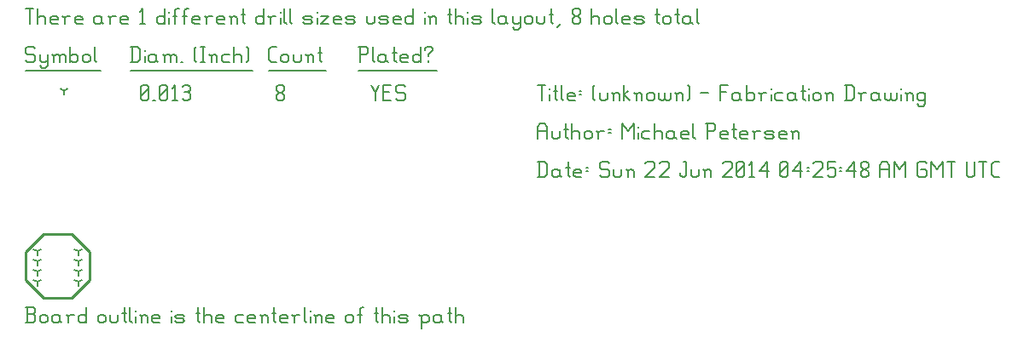
<source format=gbr>
G04 start of page 12 for group -3984 idx -3984 *
G04 Title: (unknown), fab *
G04 Creator: pcb 20110918 *
G04 CreationDate: Sun 22 Jun 2014 04:25:48 AM GMT UTC *
G04 For: railfan *
G04 Format: Gerber/RS-274X *
G04 PCB-Dimensions: 25000 25000 *
G04 PCB-Coordinate-Origin: lower left *
%MOIN*%
%FSLAX25Y25*%
%LNFAB*%
%ADD30C,0.0100*%
%ADD29C,0.0075*%
%ADD28C,0.0060*%
%ADD27C,0.0080*%
G54D27*X20500Y18500D02*Y16900D01*
Y18500D02*X21887Y19300D01*
X20500Y18500D02*X19113Y19300D01*
X20500Y14500D02*Y12900D01*
Y14500D02*X21887Y15300D01*
X20500Y14500D02*X19113Y15300D01*
X20500Y10500D02*Y8900D01*
Y10500D02*X21887Y11300D01*
X20500Y10500D02*X19113Y11300D01*
X20500Y6500D02*Y4900D01*
Y6500D02*X21887Y7300D01*
X20500Y6500D02*X19113Y7300D01*
X4500Y18500D02*Y16900D01*
Y18500D02*X5887Y19300D01*
X4500Y18500D02*X3113Y19300D01*
X4500Y14500D02*Y12900D01*
Y14500D02*X5887Y15300D01*
X4500Y14500D02*X3113Y15300D01*
X4500Y10500D02*Y8900D01*
Y10500D02*X5887Y11300D01*
X4500Y10500D02*X3113Y11300D01*
X4500Y6500D02*Y4900D01*
Y6500D02*X5887Y7300D01*
X4500Y6500D02*X3113Y7300D01*
X15000Y81250D02*Y79650D01*
Y81250D02*X16387Y82050D01*
X15000Y81250D02*X13613Y82050D01*
G54D28*X135000Y83500D02*X136500Y80500D01*
X138000Y83500D01*
X136500Y80500D02*Y77500D01*
X139800Y80800D02*X142050D01*
X139800Y77500D02*X142800D01*
X139800Y83500D02*Y77500D01*
Y83500D02*X142800D01*
X147600D02*X148350Y82750D01*
X145350Y83500D02*X147600D01*
X144600Y82750D02*X145350Y83500D01*
X144600Y82750D02*Y81250D01*
X145350Y80500D01*
X147600D01*
X148350Y79750D01*
Y78250D01*
X147600Y77500D02*X148350Y78250D01*
X145350Y77500D02*X147600D01*
X144600Y78250D02*X145350Y77500D01*
X98000Y78250D02*X98750Y77500D01*
X98000Y79450D02*Y78250D01*
Y79450D02*X99050Y80500D01*
X99950D01*
X101000Y79450D01*
Y78250D01*
X100250Y77500D02*X101000Y78250D01*
X98750Y77500D02*X100250D01*
X98000Y81550D02*X99050Y80500D01*
X98000Y82750D02*Y81550D01*
Y82750D02*X98750Y83500D01*
X100250D01*
X101000Y82750D01*
Y81550D01*
X99950Y80500D02*X101000Y81550D01*
X45000Y78250D02*X45750Y77500D01*
X45000Y82750D02*Y78250D01*
Y82750D02*X45750Y83500D01*
X47250D01*
X48000Y82750D01*
Y78250D01*
X47250Y77500D02*X48000Y78250D01*
X45750Y77500D02*X47250D01*
X45000Y79000D02*X48000Y82000D01*
X49800Y77500D02*X50550D01*
X52350Y78250D02*X53100Y77500D01*
X52350Y82750D02*Y78250D01*
Y82750D02*X53100Y83500D01*
X54600D01*
X55350Y82750D01*
Y78250D01*
X54600Y77500D02*X55350Y78250D01*
X53100Y77500D02*X54600D01*
X52350Y79000D02*X55350Y82000D01*
X57150Y82300D02*X58350Y83500D01*
Y77500D01*
X57150D02*X59400D01*
X61200Y82750D02*X61950Y83500D01*
X63450D01*
X64200Y82750D01*
X63450Y77500D02*X64200Y78250D01*
X61950Y77500D02*X63450D01*
X61200Y78250D02*X61950Y77500D01*
Y80800D02*X63450D01*
X64200Y82750D02*Y81550D01*
Y80050D02*Y78250D01*
Y80050D02*X63450Y80800D01*
X64200Y81550D02*X63450Y80800D01*
X3000Y98500D02*X3750Y97750D01*
X750Y98500D02*X3000D01*
X0Y97750D02*X750Y98500D01*
X0Y97750D02*Y96250D01*
X750Y95500D01*
X3000D01*
X3750Y94750D01*
Y93250D01*
X3000Y92500D02*X3750Y93250D01*
X750Y92500D02*X3000D01*
X0Y93250D02*X750Y92500D01*
X5550Y95500D02*Y93250D01*
X6300Y92500D01*
X8550Y95500D02*Y91000D01*
X7800Y90250D02*X8550Y91000D01*
X6300Y90250D02*X7800D01*
X5550Y91000D02*X6300Y90250D01*
Y92500D02*X7800D01*
X8550Y93250D01*
X11100Y94750D02*Y92500D01*
Y94750D02*X11850Y95500D01*
X12600D01*
X13350Y94750D01*
Y92500D01*
Y94750D02*X14100Y95500D01*
X14850D01*
X15600Y94750D01*
Y92500D01*
X10350Y95500D02*X11100Y94750D01*
X17400Y98500D02*Y92500D01*
Y93250D02*X18150Y92500D01*
X19650D01*
X20400Y93250D01*
Y94750D02*Y93250D01*
X19650Y95500D02*X20400Y94750D01*
X18150Y95500D02*X19650D01*
X17400Y94750D02*X18150Y95500D01*
X22200Y94750D02*Y93250D01*
Y94750D02*X22950Y95500D01*
X24450D01*
X25200Y94750D01*
Y93250D01*
X24450Y92500D02*X25200Y93250D01*
X22950Y92500D02*X24450D01*
X22200Y93250D02*X22950Y92500D01*
X27000Y98500D02*Y93250D01*
X27750Y92500D01*
X0Y89250D02*X29250D01*
X41750Y98500D02*Y92500D01*
X43700Y98500D02*X44750Y97450D01*
Y93550D01*
X43700Y92500D02*X44750Y93550D01*
X41000Y92500D02*X43700D01*
X41000Y98500D02*X43700D01*
G54D29*X46550Y97000D02*Y96850D01*
G54D28*Y94750D02*Y92500D01*
X50300Y95500D02*X51050Y94750D01*
X48800Y95500D02*X50300D01*
X48050Y94750D02*X48800Y95500D01*
X48050Y94750D02*Y93250D01*
X48800Y92500D01*
X51050Y95500D02*Y93250D01*
X51800Y92500D01*
X48800D02*X50300D01*
X51050Y93250D01*
X54350Y94750D02*Y92500D01*
Y94750D02*X55100Y95500D01*
X55850D01*
X56600Y94750D01*
Y92500D01*
Y94750D02*X57350Y95500D01*
X58100D01*
X58850Y94750D01*
Y92500D01*
X53600Y95500D02*X54350Y94750D01*
X60650Y92500D02*X61400D01*
X65900Y93250D02*X66650Y92500D01*
X65900Y97750D02*X66650Y98500D01*
X65900Y97750D02*Y93250D01*
X68450Y98500D02*X69950D01*
X69200D02*Y92500D01*
X68450D02*X69950D01*
X72500Y94750D02*Y92500D01*
Y94750D02*X73250Y95500D01*
X74000D01*
X74750Y94750D01*
Y92500D01*
X71750Y95500D02*X72500Y94750D01*
X77300Y95500D02*X79550D01*
X76550Y94750D02*X77300Y95500D01*
X76550Y94750D02*Y93250D01*
X77300Y92500D01*
X79550D01*
X81350Y98500D02*Y92500D01*
Y94750D02*X82100Y95500D01*
X83600D01*
X84350Y94750D01*
Y92500D01*
X86150Y98500D02*X86900Y97750D01*
Y93250D01*
X86150Y92500D02*X86900Y93250D01*
X41000Y89250D02*X88700D01*
X96050Y92500D02*X98000D01*
X95000Y93550D02*X96050Y92500D01*
X95000Y97450D02*Y93550D01*
Y97450D02*X96050Y98500D01*
X98000D01*
X99800Y94750D02*Y93250D01*
Y94750D02*X100550Y95500D01*
X102050D01*
X102800Y94750D01*
Y93250D01*
X102050Y92500D02*X102800Y93250D01*
X100550Y92500D02*X102050D01*
X99800Y93250D02*X100550Y92500D01*
X104600Y95500D02*Y93250D01*
X105350Y92500D01*
X106850D01*
X107600Y93250D01*
Y95500D02*Y93250D01*
X110150Y94750D02*Y92500D01*
Y94750D02*X110900Y95500D01*
X111650D01*
X112400Y94750D01*
Y92500D01*
X109400Y95500D02*X110150Y94750D01*
X114950Y98500D02*Y93250D01*
X115700Y92500D01*
X114200Y96250D02*X115700D01*
X95000Y89250D02*X117200D01*
X130750Y98500D02*Y92500D01*
X130000Y98500D02*X133000D01*
X133750Y97750D01*
Y96250D01*
X133000Y95500D02*X133750Y96250D01*
X130750Y95500D02*X133000D01*
X135550Y98500D02*Y93250D01*
X136300Y92500D01*
X140050Y95500D02*X140800Y94750D01*
X138550Y95500D02*X140050D01*
X137800Y94750D02*X138550Y95500D01*
X137800Y94750D02*Y93250D01*
X138550Y92500D01*
X140800Y95500D02*Y93250D01*
X141550Y92500D01*
X138550D02*X140050D01*
X140800Y93250D01*
X144100Y98500D02*Y93250D01*
X144850Y92500D01*
X143350Y96250D02*X144850D01*
X147100Y92500D02*X149350D01*
X146350Y93250D02*X147100Y92500D01*
X146350Y94750D02*Y93250D01*
Y94750D02*X147100Y95500D01*
X148600D01*
X149350Y94750D01*
X146350Y94000D02*X149350D01*
Y94750D02*Y94000D01*
X154150Y98500D02*Y92500D01*
X153400D02*X154150Y93250D01*
X151900Y92500D02*X153400D01*
X151150Y93250D02*X151900Y92500D01*
X151150Y94750D02*Y93250D01*
Y94750D02*X151900Y95500D01*
X153400D01*
X154150Y94750D01*
X157450Y95500D02*Y94750D01*
Y93250D02*Y92500D01*
X155950Y97750D02*Y97000D01*
Y97750D02*X156700Y98500D01*
X158200D01*
X158950Y97750D01*
Y97000D01*
X157450Y95500D02*X158950Y97000D01*
X130000Y89250D02*X160750D01*
X0Y113500D02*X3000D01*
X1500D02*Y107500D01*
X4800Y113500D02*Y107500D01*
Y109750D02*X5550Y110500D01*
X7050D01*
X7800Y109750D01*
Y107500D01*
X10350D02*X12600D01*
X9600Y108250D02*X10350Y107500D01*
X9600Y109750D02*Y108250D01*
Y109750D02*X10350Y110500D01*
X11850D01*
X12600Y109750D01*
X9600Y109000D02*X12600D01*
Y109750D02*Y109000D01*
X15150Y109750D02*Y107500D01*
Y109750D02*X15900Y110500D01*
X17400D01*
X14400D02*X15150Y109750D01*
X19950Y107500D02*X22200D01*
X19200Y108250D02*X19950Y107500D01*
X19200Y109750D02*Y108250D01*
Y109750D02*X19950Y110500D01*
X21450D01*
X22200Y109750D01*
X19200Y109000D02*X22200D01*
Y109750D02*Y109000D01*
X28950Y110500D02*X29700Y109750D01*
X27450Y110500D02*X28950D01*
X26700Y109750D02*X27450Y110500D01*
X26700Y109750D02*Y108250D01*
X27450Y107500D01*
X29700Y110500D02*Y108250D01*
X30450Y107500D01*
X27450D02*X28950D01*
X29700Y108250D01*
X33000Y109750D02*Y107500D01*
Y109750D02*X33750Y110500D01*
X35250D01*
X32250D02*X33000Y109750D01*
X37800Y107500D02*X40050D01*
X37050Y108250D02*X37800Y107500D01*
X37050Y109750D02*Y108250D01*
Y109750D02*X37800Y110500D01*
X39300D01*
X40050Y109750D01*
X37050Y109000D02*X40050D01*
Y109750D02*Y109000D01*
X44550Y112300D02*X45750Y113500D01*
Y107500D01*
X44550D02*X46800D01*
X54300Y113500D02*Y107500D01*
X53550D02*X54300Y108250D01*
X52050Y107500D02*X53550D01*
X51300Y108250D02*X52050Y107500D01*
X51300Y109750D02*Y108250D01*
Y109750D02*X52050Y110500D01*
X53550D01*
X54300Y109750D01*
G54D29*X56100Y112000D02*Y111850D01*
G54D28*Y109750D02*Y107500D01*
X58350Y112750D02*Y107500D01*
Y112750D02*X59100Y113500D01*
X59850D01*
X57600Y110500D02*X59100D01*
X62100Y112750D02*Y107500D01*
Y112750D02*X62850Y113500D01*
X63600D01*
X61350Y110500D02*X62850D01*
X65850Y107500D02*X68100D01*
X65100Y108250D02*X65850Y107500D01*
X65100Y109750D02*Y108250D01*
Y109750D02*X65850Y110500D01*
X67350D01*
X68100Y109750D01*
X65100Y109000D02*X68100D01*
Y109750D02*Y109000D01*
X70650Y109750D02*Y107500D01*
Y109750D02*X71400Y110500D01*
X72900D01*
X69900D02*X70650Y109750D01*
X75450Y107500D02*X77700D01*
X74700Y108250D02*X75450Y107500D01*
X74700Y109750D02*Y108250D01*
Y109750D02*X75450Y110500D01*
X76950D01*
X77700Y109750D01*
X74700Y109000D02*X77700D01*
Y109750D02*Y109000D01*
X80250Y109750D02*Y107500D01*
Y109750D02*X81000Y110500D01*
X81750D01*
X82500Y109750D01*
Y107500D01*
X79500Y110500D02*X80250Y109750D01*
X85050Y113500D02*Y108250D01*
X85800Y107500D01*
X84300Y111250D02*X85800D01*
X93000Y113500D02*Y107500D01*
X92250D02*X93000Y108250D01*
X90750Y107500D02*X92250D01*
X90000Y108250D02*X90750Y107500D01*
X90000Y109750D02*Y108250D01*
Y109750D02*X90750Y110500D01*
X92250D01*
X93000Y109750D01*
X95550D02*Y107500D01*
Y109750D02*X96300Y110500D01*
X97800D01*
X94800D02*X95550Y109750D01*
G54D29*X99600Y112000D02*Y111850D01*
G54D28*Y109750D02*Y107500D01*
X101100Y113500D02*Y108250D01*
X101850Y107500D01*
X103350Y113500D02*Y108250D01*
X104100Y107500D01*
X109050D02*X111300D01*
X112050Y108250D01*
X111300Y109000D02*X112050Y108250D01*
X109050Y109000D02*X111300D01*
X108300Y109750D02*X109050Y109000D01*
X108300Y109750D02*X109050Y110500D01*
X111300D01*
X112050Y109750D01*
X108300Y108250D02*X109050Y107500D01*
G54D29*X113850Y112000D02*Y111850D01*
G54D28*Y109750D02*Y107500D01*
X115350Y110500D02*X118350D01*
X115350Y107500D02*X118350Y110500D01*
X115350Y107500D02*X118350D01*
X120900D02*X123150D01*
X120150Y108250D02*X120900Y107500D01*
X120150Y109750D02*Y108250D01*
Y109750D02*X120900Y110500D01*
X122400D01*
X123150Y109750D01*
X120150Y109000D02*X123150D01*
Y109750D02*Y109000D01*
X125700Y107500D02*X127950D01*
X128700Y108250D01*
X127950Y109000D02*X128700Y108250D01*
X125700Y109000D02*X127950D01*
X124950Y109750D02*X125700Y109000D01*
X124950Y109750D02*X125700Y110500D01*
X127950D01*
X128700Y109750D01*
X124950Y108250D02*X125700Y107500D01*
X133200Y110500D02*Y108250D01*
X133950Y107500D01*
X135450D01*
X136200Y108250D01*
Y110500D02*Y108250D01*
X138750Y107500D02*X141000D01*
X141750Y108250D01*
X141000Y109000D02*X141750Y108250D01*
X138750Y109000D02*X141000D01*
X138000Y109750D02*X138750Y109000D01*
X138000Y109750D02*X138750Y110500D01*
X141000D01*
X141750Y109750D01*
X138000Y108250D02*X138750Y107500D01*
X144300D02*X146550D01*
X143550Y108250D02*X144300Y107500D01*
X143550Y109750D02*Y108250D01*
Y109750D02*X144300Y110500D01*
X145800D01*
X146550Y109750D01*
X143550Y109000D02*X146550D01*
Y109750D02*Y109000D01*
X151350Y113500D02*Y107500D01*
X150600D02*X151350Y108250D01*
X149100Y107500D02*X150600D01*
X148350Y108250D02*X149100Y107500D01*
X148350Y109750D02*Y108250D01*
Y109750D02*X149100Y110500D01*
X150600D01*
X151350Y109750D01*
G54D29*X155850Y112000D02*Y111850D01*
G54D28*Y109750D02*Y107500D01*
X158100Y109750D02*Y107500D01*
Y109750D02*X158850Y110500D01*
X159600D01*
X160350Y109750D01*
Y107500D01*
X157350Y110500D02*X158100Y109750D01*
X165600Y113500D02*Y108250D01*
X166350Y107500D01*
X164850Y111250D02*X166350D01*
X167850Y113500D02*Y107500D01*
Y109750D02*X168600Y110500D01*
X170100D01*
X170850Y109750D01*
Y107500D01*
G54D29*X172650Y112000D02*Y111850D01*
G54D28*Y109750D02*Y107500D01*
X174900D02*X177150D01*
X177900Y108250D01*
X177150Y109000D02*X177900Y108250D01*
X174900Y109000D02*X177150D01*
X174150Y109750D02*X174900Y109000D01*
X174150Y109750D02*X174900Y110500D01*
X177150D01*
X177900Y109750D01*
X174150Y108250D02*X174900Y107500D01*
X182400Y113500D02*Y108250D01*
X183150Y107500D01*
X186900Y110500D02*X187650Y109750D01*
X185400Y110500D02*X186900D01*
X184650Y109750D02*X185400Y110500D01*
X184650Y109750D02*Y108250D01*
X185400Y107500D01*
X187650Y110500D02*Y108250D01*
X188400Y107500D01*
X185400D02*X186900D01*
X187650Y108250D01*
X190200Y110500D02*Y108250D01*
X190950Y107500D01*
X193200Y110500D02*Y106000D01*
X192450Y105250D02*X193200Y106000D01*
X190950Y105250D02*X192450D01*
X190200Y106000D02*X190950Y105250D01*
Y107500D02*X192450D01*
X193200Y108250D01*
X195000Y109750D02*Y108250D01*
Y109750D02*X195750Y110500D01*
X197250D01*
X198000Y109750D01*
Y108250D01*
X197250Y107500D02*X198000Y108250D01*
X195750Y107500D02*X197250D01*
X195000Y108250D02*X195750Y107500D01*
X199800Y110500D02*Y108250D01*
X200550Y107500D01*
X202050D01*
X202800Y108250D01*
Y110500D02*Y108250D01*
X205350Y113500D02*Y108250D01*
X206100Y107500D01*
X204600Y111250D02*X206100D01*
X207600Y106000D02*X209100Y107500D01*
X213600Y108250D02*X214350Y107500D01*
X213600Y109450D02*Y108250D01*
Y109450D02*X214650Y110500D01*
X215550D01*
X216600Y109450D01*
Y108250D01*
X215850Y107500D02*X216600Y108250D01*
X214350Y107500D02*X215850D01*
X213600Y111550D02*X214650Y110500D01*
X213600Y112750D02*Y111550D01*
Y112750D02*X214350Y113500D01*
X215850D01*
X216600Y112750D01*
Y111550D01*
X215550Y110500D02*X216600Y111550D01*
X221100Y113500D02*Y107500D01*
Y109750D02*X221850Y110500D01*
X223350D01*
X224100Y109750D01*
Y107500D01*
X225900Y109750D02*Y108250D01*
Y109750D02*X226650Y110500D01*
X228150D01*
X228900Y109750D01*
Y108250D01*
X228150Y107500D02*X228900Y108250D01*
X226650Y107500D02*X228150D01*
X225900Y108250D02*X226650Y107500D01*
X230700Y113500D02*Y108250D01*
X231450Y107500D01*
X233700D02*X235950D01*
X232950Y108250D02*X233700Y107500D01*
X232950Y109750D02*Y108250D01*
Y109750D02*X233700Y110500D01*
X235200D01*
X235950Y109750D01*
X232950Y109000D02*X235950D01*
Y109750D02*Y109000D01*
X238500Y107500D02*X240750D01*
X241500Y108250D01*
X240750Y109000D02*X241500Y108250D01*
X238500Y109000D02*X240750D01*
X237750Y109750D02*X238500Y109000D01*
X237750Y109750D02*X238500Y110500D01*
X240750D01*
X241500Y109750D01*
X237750Y108250D02*X238500Y107500D01*
X246750Y113500D02*Y108250D01*
X247500Y107500D01*
X246000Y111250D02*X247500D01*
X249000Y109750D02*Y108250D01*
Y109750D02*X249750Y110500D01*
X251250D01*
X252000Y109750D01*
Y108250D01*
X251250Y107500D02*X252000Y108250D01*
X249750Y107500D02*X251250D01*
X249000Y108250D02*X249750Y107500D01*
X254550Y113500D02*Y108250D01*
X255300Y107500D01*
X253800Y111250D02*X255300D01*
X259050Y110500D02*X259800Y109750D01*
X257550Y110500D02*X259050D01*
X256800Y109750D02*X257550Y110500D01*
X256800Y109750D02*Y108250D01*
X257550Y107500D01*
X259800Y110500D02*Y108250D01*
X260550Y107500D01*
X257550D02*X259050D01*
X259800Y108250D01*
X262350Y113500D02*Y108250D01*
X263100Y107500D01*
G54D30*X0Y18000D02*X7000Y25000D01*
X18000D01*
X25000Y18000D01*
Y7000D01*
X18000Y0D01*
X7000D01*
X0Y7000D02*Y18000D01*
X7000Y0D02*X0Y7000D01*
G54D28*Y-9500D02*X3000D01*
X3750Y-8750D01*
Y-6950D02*Y-8750D01*
X3000Y-6200D02*X3750Y-6950D01*
X750Y-6200D02*X3000D01*
X750Y-3500D02*Y-9500D01*
X0Y-3500D02*X3000D01*
X3750Y-4250D01*
Y-5450D01*
X3000Y-6200D02*X3750Y-5450D01*
X5550Y-7250D02*Y-8750D01*
Y-7250D02*X6300Y-6500D01*
X7800D01*
X8550Y-7250D01*
Y-8750D01*
X7800Y-9500D02*X8550Y-8750D01*
X6300Y-9500D02*X7800D01*
X5550Y-8750D02*X6300Y-9500D01*
X12600Y-6500D02*X13350Y-7250D01*
X11100Y-6500D02*X12600D01*
X10350Y-7250D02*X11100Y-6500D01*
X10350Y-7250D02*Y-8750D01*
X11100Y-9500D01*
X13350Y-6500D02*Y-8750D01*
X14100Y-9500D01*
X11100D02*X12600D01*
X13350Y-8750D01*
X16650Y-7250D02*Y-9500D01*
Y-7250D02*X17400Y-6500D01*
X18900D01*
X15900D02*X16650Y-7250D01*
X23700Y-3500D02*Y-9500D01*
X22950D02*X23700Y-8750D01*
X21450Y-9500D02*X22950D01*
X20700Y-8750D02*X21450Y-9500D01*
X20700Y-7250D02*Y-8750D01*
Y-7250D02*X21450Y-6500D01*
X22950D01*
X23700Y-7250D01*
X28200D02*Y-8750D01*
Y-7250D02*X28950Y-6500D01*
X30450D01*
X31200Y-7250D01*
Y-8750D01*
X30450Y-9500D02*X31200Y-8750D01*
X28950Y-9500D02*X30450D01*
X28200Y-8750D02*X28950Y-9500D01*
X33000Y-6500D02*Y-8750D01*
X33750Y-9500D01*
X35250D01*
X36000Y-8750D01*
Y-6500D02*Y-8750D01*
X38550Y-3500D02*Y-8750D01*
X39300Y-9500D01*
X37800Y-5750D02*X39300D01*
X40800Y-3500D02*Y-8750D01*
X41550Y-9500D01*
G54D29*X43050Y-5000D02*Y-5150D01*
G54D28*Y-7250D02*Y-9500D01*
X45300Y-7250D02*Y-9500D01*
Y-7250D02*X46050Y-6500D01*
X46800D01*
X47550Y-7250D01*
Y-9500D01*
X44550Y-6500D02*X45300Y-7250D01*
X50100Y-9500D02*X52350D01*
X49350Y-8750D02*X50100Y-9500D01*
X49350Y-7250D02*Y-8750D01*
Y-7250D02*X50100Y-6500D01*
X51600D01*
X52350Y-7250D01*
X49350Y-8000D02*X52350D01*
Y-7250D02*Y-8000D01*
G54D29*X56850Y-5000D02*Y-5150D01*
G54D28*Y-7250D02*Y-9500D01*
X59100D02*X61350D01*
X62100Y-8750D01*
X61350Y-8000D02*X62100Y-8750D01*
X59100Y-8000D02*X61350D01*
X58350Y-7250D02*X59100Y-8000D01*
X58350Y-7250D02*X59100Y-6500D01*
X61350D01*
X62100Y-7250D01*
X58350Y-8750D02*X59100Y-9500D01*
X67350Y-3500D02*Y-8750D01*
X68100Y-9500D01*
X66600Y-5750D02*X68100D01*
X69600Y-3500D02*Y-9500D01*
Y-7250D02*X70350Y-6500D01*
X71850D01*
X72600Y-7250D01*
Y-9500D01*
X75150D02*X77400D01*
X74400Y-8750D02*X75150Y-9500D01*
X74400Y-7250D02*Y-8750D01*
Y-7250D02*X75150Y-6500D01*
X76650D01*
X77400Y-7250D01*
X74400Y-8000D02*X77400D01*
Y-7250D02*Y-8000D01*
X82650Y-6500D02*X84900D01*
X81900Y-7250D02*X82650Y-6500D01*
X81900Y-7250D02*Y-8750D01*
X82650Y-9500D01*
X84900D01*
X87450D02*X89700D01*
X86700Y-8750D02*X87450Y-9500D01*
X86700Y-7250D02*Y-8750D01*
Y-7250D02*X87450Y-6500D01*
X88950D01*
X89700Y-7250D01*
X86700Y-8000D02*X89700D01*
Y-7250D02*Y-8000D01*
X92250Y-7250D02*Y-9500D01*
Y-7250D02*X93000Y-6500D01*
X93750D01*
X94500Y-7250D01*
Y-9500D01*
X91500Y-6500D02*X92250Y-7250D01*
X97050Y-3500D02*Y-8750D01*
X97800Y-9500D01*
X96300Y-5750D02*X97800D01*
X100050Y-9500D02*X102300D01*
X99300Y-8750D02*X100050Y-9500D01*
X99300Y-7250D02*Y-8750D01*
Y-7250D02*X100050Y-6500D01*
X101550D01*
X102300Y-7250D01*
X99300Y-8000D02*X102300D01*
Y-7250D02*Y-8000D01*
X104850Y-7250D02*Y-9500D01*
Y-7250D02*X105600Y-6500D01*
X107100D01*
X104100D02*X104850Y-7250D01*
X108900Y-3500D02*Y-8750D01*
X109650Y-9500D01*
G54D29*X111150Y-5000D02*Y-5150D01*
G54D28*Y-7250D02*Y-9500D01*
X113400Y-7250D02*Y-9500D01*
Y-7250D02*X114150Y-6500D01*
X114900D01*
X115650Y-7250D01*
Y-9500D01*
X112650Y-6500D02*X113400Y-7250D01*
X118200Y-9500D02*X120450D01*
X117450Y-8750D02*X118200Y-9500D01*
X117450Y-7250D02*Y-8750D01*
Y-7250D02*X118200Y-6500D01*
X119700D01*
X120450Y-7250D01*
X117450Y-8000D02*X120450D01*
Y-7250D02*Y-8000D01*
X124950Y-7250D02*Y-8750D01*
Y-7250D02*X125700Y-6500D01*
X127200D01*
X127950Y-7250D01*
Y-8750D01*
X127200Y-9500D02*X127950Y-8750D01*
X125700Y-9500D02*X127200D01*
X124950Y-8750D02*X125700Y-9500D01*
X130500Y-4250D02*Y-9500D01*
Y-4250D02*X131250Y-3500D01*
X132000D01*
X129750Y-6500D02*X131250D01*
X136950Y-3500D02*Y-8750D01*
X137700Y-9500D01*
X136200Y-5750D02*X137700D01*
X139200Y-3500D02*Y-9500D01*
Y-7250D02*X139950Y-6500D01*
X141450D01*
X142200Y-7250D01*
Y-9500D01*
G54D29*X144000Y-5000D02*Y-5150D01*
G54D28*Y-7250D02*Y-9500D01*
X146250D02*X148500D01*
X149250Y-8750D01*
X148500Y-8000D02*X149250Y-8750D01*
X146250Y-8000D02*X148500D01*
X145500Y-7250D02*X146250Y-8000D01*
X145500Y-7250D02*X146250Y-6500D01*
X148500D01*
X149250Y-7250D01*
X145500Y-8750D02*X146250Y-9500D01*
X154500Y-7250D02*Y-11750D01*
X153750Y-6500D02*X154500Y-7250D01*
X155250Y-6500D01*
X156750D01*
X157500Y-7250D01*
Y-8750D01*
X156750Y-9500D02*X157500Y-8750D01*
X155250Y-9500D02*X156750D01*
X154500Y-8750D02*X155250Y-9500D01*
X161550Y-6500D02*X162300Y-7250D01*
X160050Y-6500D02*X161550D01*
X159300Y-7250D02*X160050Y-6500D01*
X159300Y-7250D02*Y-8750D01*
X160050Y-9500D01*
X162300Y-6500D02*Y-8750D01*
X163050Y-9500D01*
X160050D02*X161550D01*
X162300Y-8750D01*
X165600Y-3500D02*Y-8750D01*
X166350Y-9500D01*
X164850Y-5750D02*X166350D01*
X167850Y-3500D02*Y-9500D01*
Y-7250D02*X168600Y-6500D01*
X170100D01*
X170850Y-7250D01*
Y-9500D01*
X200750Y53500D02*Y47500D01*
X202700Y53500D02*X203750Y52450D01*
Y48550D01*
X202700Y47500D02*X203750Y48550D01*
X200000Y47500D02*X202700D01*
X200000Y53500D02*X202700D01*
X207800Y50500D02*X208550Y49750D01*
X206300Y50500D02*X207800D01*
X205550Y49750D02*X206300Y50500D01*
X205550Y49750D02*Y48250D01*
X206300Y47500D01*
X208550Y50500D02*Y48250D01*
X209300Y47500D01*
X206300D02*X207800D01*
X208550Y48250D01*
X211850Y53500D02*Y48250D01*
X212600Y47500D01*
X211100Y51250D02*X212600D01*
X214850Y47500D02*X217100D01*
X214100Y48250D02*X214850Y47500D01*
X214100Y49750D02*Y48250D01*
Y49750D02*X214850Y50500D01*
X216350D01*
X217100Y49750D01*
X214100Y49000D02*X217100D01*
Y49750D02*Y49000D01*
X218900Y51250D02*X219650D01*
X218900Y49750D02*X219650D01*
X227150Y53500D02*X227900Y52750D01*
X224900Y53500D02*X227150D01*
X224150Y52750D02*X224900Y53500D01*
X224150Y52750D02*Y51250D01*
X224900Y50500D01*
X227150D01*
X227900Y49750D01*
Y48250D01*
X227150Y47500D02*X227900Y48250D01*
X224900Y47500D02*X227150D01*
X224150Y48250D02*X224900Y47500D01*
X229700Y50500D02*Y48250D01*
X230450Y47500D01*
X231950D01*
X232700Y48250D01*
Y50500D02*Y48250D01*
X235250Y49750D02*Y47500D01*
Y49750D02*X236000Y50500D01*
X236750D01*
X237500Y49750D01*
Y47500D01*
X234500Y50500D02*X235250Y49750D01*
X242000Y52750D02*X242750Y53500D01*
X245000D01*
X245750Y52750D01*
Y51250D01*
X242000Y47500D02*X245750Y51250D01*
X242000Y47500D02*X245750D01*
X247550Y52750D02*X248300Y53500D01*
X250550D01*
X251300Y52750D01*
Y51250D01*
X247550Y47500D02*X251300Y51250D01*
X247550Y47500D02*X251300D01*
X256850Y53500D02*X258050D01*
Y48250D01*
X257300Y47500D02*X258050Y48250D01*
X256550Y47500D02*X257300D01*
X255800Y48250D02*X256550Y47500D01*
X255800Y49000D02*Y48250D01*
X259850Y50500D02*Y48250D01*
X260600Y47500D01*
X262100D01*
X262850Y48250D01*
Y50500D02*Y48250D01*
X265400Y49750D02*Y47500D01*
Y49750D02*X266150Y50500D01*
X266900D01*
X267650Y49750D01*
Y47500D01*
X264650Y50500D02*X265400Y49750D01*
X272150Y52750D02*X272900Y53500D01*
X275150D01*
X275900Y52750D01*
Y51250D01*
X272150Y47500D02*X275900Y51250D01*
X272150Y47500D02*X275900D01*
X277700Y48250D02*X278450Y47500D01*
X277700Y52750D02*Y48250D01*
Y52750D02*X278450Y53500D01*
X279950D01*
X280700Y52750D01*
Y48250D01*
X279950Y47500D02*X280700Y48250D01*
X278450Y47500D02*X279950D01*
X277700Y49000D02*X280700Y52000D01*
X282500Y52300D02*X283700Y53500D01*
Y47500D01*
X282500D02*X284750D01*
X286550Y49750D02*X289550Y53500D01*
X286550Y49750D02*X290300D01*
X289550Y53500D02*Y47500D01*
X294800Y48250D02*X295550Y47500D01*
X294800Y52750D02*Y48250D01*
Y52750D02*X295550Y53500D01*
X297050D01*
X297800Y52750D01*
Y48250D01*
X297050Y47500D02*X297800Y48250D01*
X295550Y47500D02*X297050D01*
X294800Y49000D02*X297800Y52000D01*
X299600Y49750D02*X302600Y53500D01*
X299600Y49750D02*X303350D01*
X302600Y53500D02*Y47500D01*
X305150Y51250D02*X305900D01*
X305150Y49750D02*X305900D01*
X307700Y52750D02*X308450Y53500D01*
X310700D01*
X311450Y52750D01*
Y51250D01*
X307700Y47500D02*X311450Y51250D01*
X307700Y47500D02*X311450D01*
X313250Y53500D02*X316250D01*
X313250D02*Y50500D01*
X314000Y51250D01*
X315500D01*
X316250Y50500D01*
Y48250D01*
X315500Y47500D02*X316250Y48250D01*
X314000Y47500D02*X315500D01*
X313250Y48250D02*X314000Y47500D01*
X318050Y51250D02*X318800D01*
X318050Y49750D02*X318800D01*
X320600D02*X323600Y53500D01*
X320600Y49750D02*X324350D01*
X323600Y53500D02*Y47500D01*
X326150Y48250D02*X326900Y47500D01*
X326150Y49450D02*Y48250D01*
Y49450D02*X327200Y50500D01*
X328100D01*
X329150Y49450D01*
Y48250D01*
X328400Y47500D02*X329150Y48250D01*
X326900Y47500D02*X328400D01*
X326150Y51550D02*X327200Y50500D01*
X326150Y52750D02*Y51550D01*
Y52750D02*X326900Y53500D01*
X328400D01*
X329150Y52750D01*
Y51550D01*
X328100Y50500D02*X329150Y51550D01*
X333650Y52000D02*Y47500D01*
Y52000D02*X334700Y53500D01*
X336350D01*
X337400Y52000D01*
Y47500D01*
X333650Y50500D02*X337400D01*
X339200Y53500D02*Y47500D01*
Y53500D02*X341450Y50500D01*
X343700Y53500D01*
Y47500D01*
X351200Y53500D02*X351950Y52750D01*
X348950Y53500D02*X351200D01*
X348200Y52750D02*X348950Y53500D01*
X348200Y52750D02*Y48250D01*
X348950Y47500D01*
X351200D01*
X351950Y48250D01*
Y49750D02*Y48250D01*
X351200Y50500D02*X351950Y49750D01*
X349700Y50500D02*X351200D01*
X353750Y53500D02*Y47500D01*
Y53500D02*X356000Y50500D01*
X358250Y53500D01*
Y47500D01*
X360050Y53500D02*X363050D01*
X361550D02*Y47500D01*
X367550Y53500D02*Y48250D01*
X368300Y47500D01*
X369800D01*
X370550Y48250D01*
Y53500D02*Y48250D01*
X372350Y53500D02*X375350D01*
X373850D02*Y47500D01*
X378200D02*X380150D01*
X377150Y48550D02*X378200Y47500D01*
X377150Y52450D02*Y48550D01*
Y52450D02*X378200Y53500D01*
X380150D01*
X200000Y67000D02*Y62500D01*
Y67000D02*X201050Y68500D01*
X202700D01*
X203750Y67000D01*
Y62500D01*
X200000Y65500D02*X203750D01*
X205550D02*Y63250D01*
X206300Y62500D01*
X207800D01*
X208550Y63250D01*
Y65500D02*Y63250D01*
X211100Y68500D02*Y63250D01*
X211850Y62500D01*
X210350Y66250D02*X211850D01*
X213350Y68500D02*Y62500D01*
Y64750D02*X214100Y65500D01*
X215600D01*
X216350Y64750D01*
Y62500D01*
X218150Y64750D02*Y63250D01*
Y64750D02*X218900Y65500D01*
X220400D01*
X221150Y64750D01*
Y63250D01*
X220400Y62500D02*X221150Y63250D01*
X218900Y62500D02*X220400D01*
X218150Y63250D02*X218900Y62500D01*
X223700Y64750D02*Y62500D01*
Y64750D02*X224450Y65500D01*
X225950D01*
X222950D02*X223700Y64750D01*
X227750Y66250D02*X228500D01*
X227750Y64750D02*X228500D01*
X233000Y68500D02*Y62500D01*
Y68500D02*X235250Y65500D01*
X237500Y68500D01*
Y62500D01*
G54D29*X239300Y67000D02*Y66850D01*
G54D28*Y64750D02*Y62500D01*
X241550Y65500D02*X243800D01*
X240800Y64750D02*X241550Y65500D01*
X240800Y64750D02*Y63250D01*
X241550Y62500D01*
X243800D01*
X245600Y68500D02*Y62500D01*
Y64750D02*X246350Y65500D01*
X247850D01*
X248600Y64750D01*
Y62500D01*
X252650Y65500D02*X253400Y64750D01*
X251150Y65500D02*X252650D01*
X250400Y64750D02*X251150Y65500D01*
X250400Y64750D02*Y63250D01*
X251150Y62500D01*
X253400Y65500D02*Y63250D01*
X254150Y62500D01*
X251150D02*X252650D01*
X253400Y63250D01*
X256700Y62500D02*X258950D01*
X255950Y63250D02*X256700Y62500D01*
X255950Y64750D02*Y63250D01*
Y64750D02*X256700Y65500D01*
X258200D01*
X258950Y64750D01*
X255950Y64000D02*X258950D01*
Y64750D02*Y64000D01*
X260750Y68500D02*Y63250D01*
X261500Y62500D01*
X266450Y68500D02*Y62500D01*
X265700Y68500D02*X268700D01*
X269450Y67750D01*
Y66250D01*
X268700Y65500D02*X269450Y66250D01*
X266450Y65500D02*X268700D01*
X272000Y62500D02*X274250D01*
X271250Y63250D02*X272000Y62500D01*
X271250Y64750D02*Y63250D01*
Y64750D02*X272000Y65500D01*
X273500D01*
X274250Y64750D01*
X271250Y64000D02*X274250D01*
Y64750D02*Y64000D01*
X276800Y68500D02*Y63250D01*
X277550Y62500D01*
X276050Y66250D02*X277550D01*
X279800Y62500D02*X282050D01*
X279050Y63250D02*X279800Y62500D01*
X279050Y64750D02*Y63250D01*
Y64750D02*X279800Y65500D01*
X281300D01*
X282050Y64750D01*
X279050Y64000D02*X282050D01*
Y64750D02*Y64000D01*
X284600Y64750D02*Y62500D01*
Y64750D02*X285350Y65500D01*
X286850D01*
X283850D02*X284600Y64750D01*
X289400Y62500D02*X291650D01*
X292400Y63250D01*
X291650Y64000D02*X292400Y63250D01*
X289400Y64000D02*X291650D01*
X288650Y64750D02*X289400Y64000D01*
X288650Y64750D02*X289400Y65500D01*
X291650D01*
X292400Y64750D01*
X288650Y63250D02*X289400Y62500D01*
X294950D02*X297200D01*
X294200Y63250D02*X294950Y62500D01*
X294200Y64750D02*Y63250D01*
Y64750D02*X294950Y65500D01*
X296450D01*
X297200Y64750D01*
X294200Y64000D02*X297200D01*
Y64750D02*Y64000D01*
X299750Y64750D02*Y62500D01*
Y64750D02*X300500Y65500D01*
X301250D01*
X302000Y64750D01*
Y62500D01*
X299000Y65500D02*X299750Y64750D01*
X200000Y83500D02*X203000D01*
X201500D02*Y77500D01*
G54D29*X204800Y82000D02*Y81850D01*
G54D28*Y79750D02*Y77500D01*
X207050Y83500D02*Y78250D01*
X207800Y77500D01*
X206300Y81250D02*X207800D01*
X209300Y83500D02*Y78250D01*
X210050Y77500D01*
X212300D02*X214550D01*
X211550Y78250D02*X212300Y77500D01*
X211550Y79750D02*Y78250D01*
Y79750D02*X212300Y80500D01*
X213800D01*
X214550Y79750D01*
X211550Y79000D02*X214550D01*
Y79750D02*Y79000D01*
X216350Y81250D02*X217100D01*
X216350Y79750D02*X217100D01*
X221600Y78250D02*X222350Y77500D01*
X221600Y82750D02*X222350Y83500D01*
X221600Y82750D02*Y78250D01*
X224150Y80500D02*Y78250D01*
X224900Y77500D01*
X226400D01*
X227150Y78250D01*
Y80500D02*Y78250D01*
X229700Y79750D02*Y77500D01*
Y79750D02*X230450Y80500D01*
X231200D01*
X231950Y79750D01*
Y77500D01*
X228950Y80500D02*X229700Y79750D01*
X233750Y83500D02*Y77500D01*
Y79750D02*X236000Y77500D01*
X233750Y79750D02*X235250Y81250D01*
X238550Y79750D02*Y77500D01*
Y79750D02*X239300Y80500D01*
X240050D01*
X240800Y79750D01*
Y77500D01*
X237800Y80500D02*X238550Y79750D01*
X242600D02*Y78250D01*
Y79750D02*X243350Y80500D01*
X244850D01*
X245600Y79750D01*
Y78250D01*
X244850Y77500D02*X245600Y78250D01*
X243350Y77500D02*X244850D01*
X242600Y78250D02*X243350Y77500D01*
X247400Y80500D02*Y78250D01*
X248150Y77500D01*
X248900D01*
X249650Y78250D01*
Y80500D02*Y78250D01*
X250400Y77500D01*
X251150D01*
X251900Y78250D01*
Y80500D02*Y78250D01*
X254450Y79750D02*Y77500D01*
Y79750D02*X255200Y80500D01*
X255950D01*
X256700Y79750D01*
Y77500D01*
X253700Y80500D02*X254450Y79750D01*
X258500Y83500D02*X259250Y82750D01*
Y78250D01*
X258500Y77500D02*X259250Y78250D01*
X263750Y80500D02*X266750D01*
X271250Y83500D02*Y77500D01*
Y83500D02*X274250D01*
X271250Y80800D02*X273500D01*
X278300Y80500D02*X279050Y79750D01*
X276800Y80500D02*X278300D01*
X276050Y79750D02*X276800Y80500D01*
X276050Y79750D02*Y78250D01*
X276800Y77500D01*
X279050Y80500D02*Y78250D01*
X279800Y77500D01*
X276800D02*X278300D01*
X279050Y78250D01*
X281600Y83500D02*Y77500D01*
Y78250D02*X282350Y77500D01*
X283850D01*
X284600Y78250D01*
Y79750D02*Y78250D01*
X283850Y80500D02*X284600Y79750D01*
X282350Y80500D02*X283850D01*
X281600Y79750D02*X282350Y80500D01*
X287150Y79750D02*Y77500D01*
Y79750D02*X287900Y80500D01*
X289400D01*
X286400D02*X287150Y79750D01*
G54D29*X291200Y82000D02*Y81850D01*
G54D28*Y79750D02*Y77500D01*
X293450Y80500D02*X295700D01*
X292700Y79750D02*X293450Y80500D01*
X292700Y79750D02*Y78250D01*
X293450Y77500D01*
X295700D01*
X299750Y80500D02*X300500Y79750D01*
X298250Y80500D02*X299750D01*
X297500Y79750D02*X298250Y80500D01*
X297500Y79750D02*Y78250D01*
X298250Y77500D01*
X300500Y80500D02*Y78250D01*
X301250Y77500D01*
X298250D02*X299750D01*
X300500Y78250D01*
X303800Y83500D02*Y78250D01*
X304550Y77500D01*
X303050Y81250D02*X304550D01*
G54D29*X306050Y82000D02*Y81850D01*
G54D28*Y79750D02*Y77500D01*
X307550Y79750D02*Y78250D01*
Y79750D02*X308300Y80500D01*
X309800D01*
X310550Y79750D01*
Y78250D01*
X309800Y77500D02*X310550Y78250D01*
X308300Y77500D02*X309800D01*
X307550Y78250D02*X308300Y77500D01*
X313100Y79750D02*Y77500D01*
Y79750D02*X313850Y80500D01*
X314600D01*
X315350Y79750D01*
Y77500D01*
X312350Y80500D02*X313100Y79750D01*
X320600Y83500D02*Y77500D01*
X322550Y83500D02*X323600Y82450D01*
Y78550D01*
X322550Y77500D02*X323600Y78550D01*
X319850Y77500D02*X322550D01*
X319850Y83500D02*X322550D01*
X326150Y79750D02*Y77500D01*
Y79750D02*X326900Y80500D01*
X328400D01*
X325400D02*X326150Y79750D01*
X332450Y80500D02*X333200Y79750D01*
X330950Y80500D02*X332450D01*
X330200Y79750D02*X330950Y80500D01*
X330200Y79750D02*Y78250D01*
X330950Y77500D01*
X333200Y80500D02*Y78250D01*
X333950Y77500D01*
X330950D02*X332450D01*
X333200Y78250D01*
X335750Y80500D02*Y78250D01*
X336500Y77500D01*
X337250D01*
X338000Y78250D01*
Y80500D02*Y78250D01*
X338750Y77500D01*
X339500D01*
X340250Y78250D01*
Y80500D02*Y78250D01*
G54D29*X342050Y82000D02*Y81850D01*
G54D28*Y79750D02*Y77500D01*
X344300Y79750D02*Y77500D01*
Y79750D02*X345050Y80500D01*
X345800D01*
X346550Y79750D01*
Y77500D01*
X343550Y80500D02*X344300Y79750D01*
X350600Y80500D02*X351350Y79750D01*
X349100Y80500D02*X350600D01*
X348350Y79750D02*X349100Y80500D01*
X348350Y79750D02*Y78250D01*
X349100Y77500D01*
X350600D01*
X351350Y78250D01*
X348350Y76000D02*X349100Y75250D01*
X350600D01*
X351350Y76000D01*
Y80500D02*Y76000D01*
M02*

</source>
